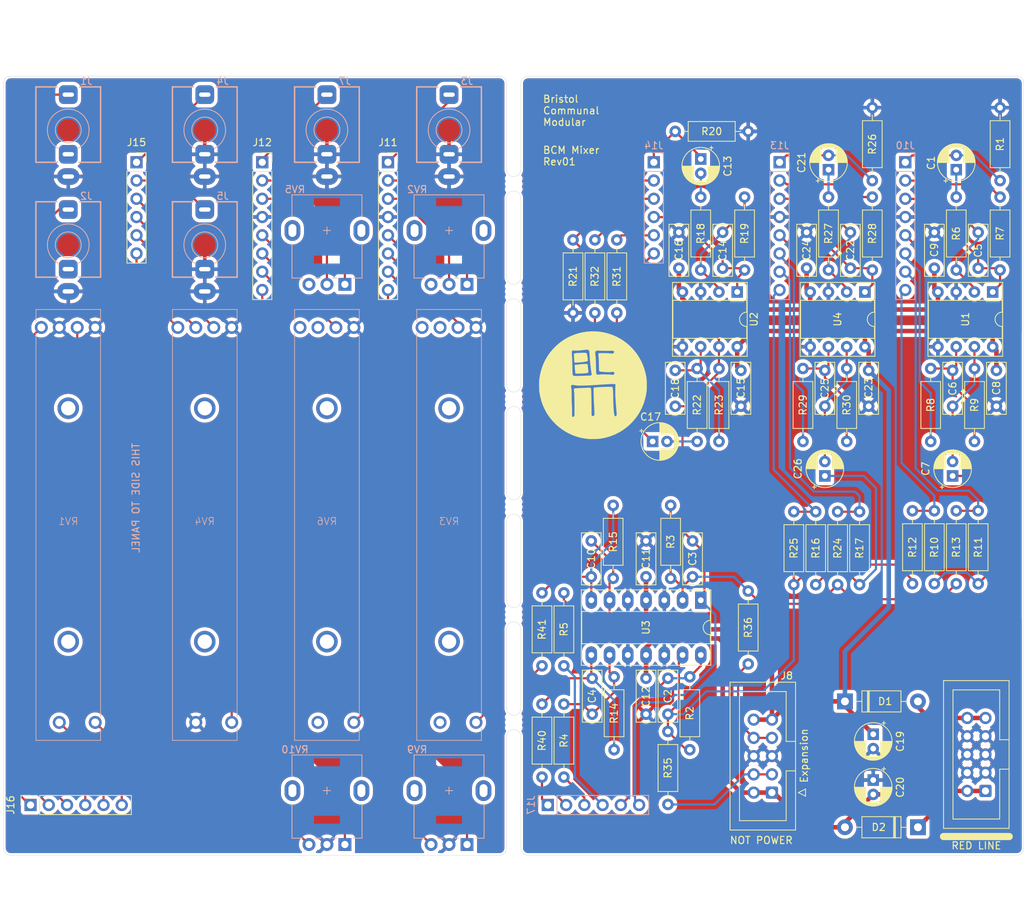
<source format=kicad_pcb>
(kicad_pcb (version 20240108) (generator "pcbnew") (generator_version "8.0")
  (title_block (title "BCM Mixer") (date "2024-11-17") (rev "rev01") (company "Bristol Communal Modular") (comment 2 "creativecommons.org/licenses/by/4.0") (comment 3 "License: CC BY 4.0") (comment 4 "Author: Guy John"))
  (layers (0 "F.Cu" signal) (31 "B.Cu" signal) (36 "B.SilkS" user "B.Silkscreen") (37 "F.SilkS" user "F.Silkscreen") (38 "B.Mask" user) (39 "F.Mask" user) (44 "Edge.Cuts" user))
  (net 0 "")
  (net 1 "Net-(C1-Pad1)")
  (net 2 "/CHAN1_INPUT_MAIN")
  (net 3 "/MAIN_L_LEVEL_CW_MAIN")
  (net 4 "MAIN_BUS_L")
  (net 5 "/MAIN_R_LEVEL_CW_MAIN")
  (net 6 "MAIN_BUS_R")
  (net 7 "/L_OUT_MAIN")
  (net 8 "/CHAN1_LEVEL_CW_MAIN")
  (net 9 "/CHAN1_GAIN_CENTER_MAIN")
  (net 10 "Net-(C6-Pad2)")
  (net 11 "Net-(U1B--)")
  (net 12 "/Mono Channel 1/OUTPUT")
  (net 13 "VCC")
  (net 14 "GND")
  (net 15 "VEE")
  (net 16 "/R_OUT_MAIN")
  (net 17 "Net-(C13-Pad2)")
  (net 18 "/CHAN3_L_INPUT_MAIN")
  (net 19 "Net-(U2A--)")
  (net 20 "Net-(C17-Pad2)")
  (net 21 "/CHAN3_L_OUTPUT_MAIN")
  (net 22 "Net-(U2B--)")
  (net 23 "/CHAN2_INPUT_MAIN")
  (net 24 "Net-(C21-Pad1)")
  (net 25 "/CHAN2_GAIN_CENTER_MAIN")
  (net 26 "/CHAN2_LEVEL_CW_MAIN")
  (net 27 "Net-(U4B--)")
  (net 28 "Net-(C25-Pad2)")
  (net 29 "/Mono Channel 2/OUTPUT")
  (net 30 "/CHAN3_R_INPUT_MAIN")
  (net 31 "/CHAN3_R_OUTPUT_MAIN")
  (net 32 "/CHAN3_L_INPUT_CTRL")
  (net 33 "/CHAN3_R_INPUT_CTRL")
  (net 34 "/CHAN3_L_SIGNAL_CTRL")
  (net 35 "/CHAN3_R_OUTPUT_CTRL")
  (net 36 "/CHAN3_L_OUTPUT_CTRL")
  (net 37 "Net-(D1-A)")
  (net 38 "Net-(D2-K)")
  (net 41 "/CHAN1_INPUT_CTRL")
  (net 42 "/CHAN3_R_SIGNAL_CTRL")
  (net 43 "/CHAN2_INPUT_CTRL")
  (net 44 "/MAIN_L_LEVEL_CENTER_MAIN")
  (net 45 "/MAIN_R_LEVEL_CENTER_MAIN")
  (net 46 "/CHAN1_GAIN_CCW_MAIN")
  (net 47 "/CHAN1_LEVEL_CENTER_MAIN")
  (net 48 "/CHAN1_PAN_CW_MAIN")
  (net 49 "/CHAN1_PAN_CCW_MAIN")
  (net 50 "/CHAN2_PAN_CW_MAIN")
  (net 51 "/CHAN2_PAN_CCW_MAIN")
  (net 52 "/CHAN2_GAIN_CCW_MAIN")
  (net 53 "/CHAN2_LEVEL_CENTER_MAIN")
  (net 54 "/L_OUT_CTRL")
  (net 55 "/R_OUT_CTRL")
  (net 56 "/CHAN1_GAIN_CCW_CTRL")
  (net 58 "/CHAN1_GAIN_CENTER_CTRL")
  (net 59 "/CHAN1_LEVEL_CW_CTRL")
  (net 60 "/CHAN1_LEVEL_CENTER_CTRL")
  (net 61 "/CHAN2_GAIN_CCW_CTRL")
  (net 63 "/CHAN2_GAIN_CENTER_CTRL")
  (net 64 "/CHAN2_LEVEL_CW_CTRL")
  (net 65 "/CHAN2_LEVEL_CENTER_CTRL")
  (net 66 "/CHAN1_PAN_CCW_CTRL")
  (net 67 "/CHAN1_PAN_CW_CTRL")
  (net 68 "/CHAN2_PAN_CCW_CTRL")
  (net 69 "/CHAN2_PAN_CW_CTRL")
  (net 70 "/MAIN_L_LEVEL_CW_CTRL")
  (net 71 "/MAIN_L_LEVEL_CENTER_CTRL")
  (net 72 "/MAIN_R_LEVEL_CW_CTRL")
  (net 73 "/MAIN_R_LEVEL_CENTER_CTRL")
  (net 74 "/Main Channel/L_OUT")
  (net 75 "/Main Channel/R_OUT")
  (net 76 "Net-(J14-Pin_5)")
  (net 77 "Net-(J8-Pin_3)")
  (net 78 "Net-(J8-Pin_7)")
  (net 79 "Net-(U3C--)")
  (net 80 "Net-(U3B--)")
  (net 81 "Net-(J14-Pin_3)")
  (footprint "Rumblesan_Standard_Parts:C_Rect_L7.0mm_W2.5mm_P5.00mm" (layer "F.Cu") (at 124.46 141.351 90)
    (property "Reference" "C2")
    (property "Value" "10pF")
  )
  (footprint "Rumblesan_Standard_Parts:R_Axial_DIN0207_L6.3mm_D2.5mm_P10.16mm_Horizontal" (layer "F.Cu") (at 164.592 123.19 90)
    (property "Reference" "R13")
    (property "Value" "12k")
  )
  (footprint "Connector_IDC:IDC-Header_2x05_P2.54mm_Vertical" (layer "F.Cu") (at 138.938 152.273 180)
    (property "Reference" "J8")
    (property "Value" "Conn_02x05_Odd_Even" (hide yes))
  )
  (footprint "Rumblesan_Standard_Parts:R_Axial_DIN0207_L6.3mm_D2.5mm_P10.16mm_Horizontal" (layer "F.Cu") (at 114.3 85.471 90)
    (property "Reference" "R32")
    (property "Value" "100k")
  )
  (footprint "Rumblesan_Panelization:mouse-bite-2mm-slot" (layer "F.Cu") (at 103 112.5 90)
    (property "Reference" "mouse-bite-2mm-slot" (hide yes))
    (property "Value" "VAL**" (hide yes))
    (fp_arc (start -2 -1) (mid -1 0) (end -2 1) (stroke (width 0.05)) (layer "Edge.Cuts"))
    (fp_arc (start 2 1) (mid 1 0) (end 2 -1) (stroke (width 0.05)) (layer "Edge.Cuts"))
  )
  (footprint "Rumblesan_Standard_Parts:R_Axial_DIN0207_L6.3mm_D2.5mm_P10.16mm_Horizontal" (layer "F.Cu") (at 152.908 79.502 90)
    (property "Reference" "R28")
    (property "Value" "10k")
  )
  (footprint "Connector_PinSocket_2.54mm:PinSocket_1x08_P2.54mm_Vertical" (layer "F.Cu") (at 85.5 64.5)
    (property "Reference" "J11")
    (property "Value" "Conn_01x08_Socket" (hide yes))
  )
  (footprint "Rumblesan_Standard_Parts:R_Axial_DIN0207_L6.3mm_D2.5mm_P10.16mm_Horizontal" (layer "F.Cu") (at 109.982 124.46 -90)
    (property "Reference" "R5")
    (property "Value" "10k")
  )
  (footprint "Rumblesan_Standard_Parts:R_Axial_DIN0207_L6.3mm_D2.5mm_P10.16mm_Horizontal" (layer "F.Cu") (at 117.348 85.471 90)
    (property "Reference" "R31")
    (property "Value" "100k")
  )
  (footprint "Rumblesan_Standard_Parts:R_Axial_DIN0207_L6.3mm_D2.5mm_P10.16mm_Horizontal" (layer "F.Cu") (at 167.64 113.03 -90)
    (property "Reference" "R11")
    (property "Value" "3k3")
  )
  (footprint "Rumblesan_Standard_Parts:C_Rect_L7.0mm_W2.5mm_P5.00mm" (layer "F.Cu") (at 167.64 74.248 -90)
    (property "Reference" "C5")
    (property "Value" "22pF")
  )
  (footprint "Rumblesan_Standard_Parts:R_Axial_DIN0207_L6.3mm_D2.5mm_P10.16mm_Horizontal" (layer "F.Cu") (at 124.46 143.764 -90)
    (property "Reference" "R35")
    (property "Value" "100k")
  )
  (footprint "Rumblesan_Standard_Parts:C_Rect_L7.0mm_W2.5mm_P5.00mm" (layer "F.Cu") (at 132.08 74.248 -90)
    (property "Reference" "C14")
    (property "Value" "22pF")
  )
  (footprint "Rumblesan_Standard_Parts:R_Axial_DIN0207_L6.3mm_D2.5mm_P10.16mm_Horizontal" (layer "F.Cu") (at 128.524 93.218 -90)
    (property "Reference" "R22")
    (property "Value" "47k")
  )
  (footprint "Rumblesan_Standard_Parts:R_Axial_DIN0207_L6.3mm_D2.5mm_P10.16mm_Horizontal" (layer "F.Cu") (at 125.476 60.198)
    (property "Reference" "R20")
    (property "Value" "470k")
  )
  (footprint "Package_DIP:DIP-8_W7.62mm_Socket" (layer "F.Cu") (at 151.882 82.56 -90)
    (property "Reference" "U4")
    (property "Value" "TL072")
  )
  (footprint "Rumblesan_Standard_Parts:R_Axial_DIN0207_L6.3mm_D2.5mm_P10.16mm_Horizontal" (layer "F.Cu") (at 145.034 113.157 -90)
    (property "Reference" "R16")
    (property "Value" "3k3")
  )
  (footprint "Rumblesan_Standard_Parts:R_Axial_DIN0207_L6.3mm_D2.5mm_P10.16mm_Horizontal" (layer "F.Cu") (at 149.352 93.218 -90)
    (property "Reference" "R30")
    (property "Value" "10k")
  )
  (footprint "BCM_Graphics:BCM_Logo_small_15mmx15mm" (layer "F.Cu") (at 114 95.5)
    (property "Reference" "Ref**" (hide yes))
    (property "Value" "Val**" (hide yes))
  )
  (footprint "Rumblesan_Standard_Parts:C_Rect_L7.0mm_W2.5mm_P5.00mm" (layer "F.Cu") (at 113.919 141.351 90)
    (property "Reference" "C4")
    (property "Value" "10pF")
  )
  (footprint "Rumblesan_Standard_Parts:R_Axial_DIN0207_L6.3mm_D2.5mm_P10.16mm_Horizontal" (layer "F.Cu") (at 111.252 75.311 -90)
    (property "Reference" "R21")
    (property "Value" "470k")
  )
  (footprint "Rumblesan_Panelization:mouse-bite-2mm-slot" (layer "F.Cu") (at 103 97.5 90)
    (property "Reference" "mouse-bite-2mm-slot" (hide yes))
    (property "Value" "VAL**" (hide yes))
    (fp_arc (start -2 -1) (mid -1 0) (end -2 1) (stroke (width 0.05)) (layer "Edge.Cuts"))
    (fp_arc (start 2 1) (mid 1 0) (end 2 -1) (stroke (width 0.05)) (layer "Edge.Cuts"))
  )
  (footprint "Rumblesan_Standard_Parts:R_Axial_DIN0207_L6.3mm_D2.5mm_P10.16mm_Horizontal" (layer "F.Cu") (at 167.132 93.218 -90)
    (property "Reference" "R9")
    (property "Value" "10k")
  )
  (footprint "Rumblesan_Standard_Parts:R_Axial_DIN0207_L6.3mm_D2.5mm_P10.16mm_Horizontal" (layer "F.Cu") (at 148.082 123.317 90)
    (property "Reference" "R24")
    (property "Value" "12k")
  )
  (footprint "Rumblesan_Standard_Parts:R_Axial_DIN0207_L6.3mm_D2.5mm_P10.16mm_Horizontal" (layer "F.Cu") (at 106.934 134.62 90)
    (property "Reference" "R41")
    (property "Value" "1k")
  )
  (footprint "Connector_PinSocket_2.54mm:PinSocket_1x06_P2.54mm_Vertical" (layer "F.Cu") (at 50.5 64.5)
    (property "Reference" "J15")
    (property "Value" "Conn_01x06_Socket" (hide yes))
  )
  (footprint "Rumblesan_Standard_Parts:C_Rect_L7.0mm_W2.5mm_P5.00mm" (layer "F.Cu") (at 121.412 136.351 -90)
    (property "Reference" "C12")
    (property "Value" "100nF")
  )
  (footprint "Rumblesan_Panelization:mouse-bite-2mm-slot" (layer "F.Cu") (at 103 127.5 90)
    (property "Reference" "mouse-bite-2mm-slot" (hide yes))
    (property "Value" "VAL**" (hide yes))
    (fp_arc (start -2 -1) (mid -1 0) (end -2 1) (stroke (width 0.05)) (layer "Edge.Cuts"))
    (fp_arc (start 2 1) (mid 1 0) (end 2 -1) (stroke (width 0.05)) (layer "Edge.Cuts"))
  )
  (footprint "Rumblesan_Panelization:mouse-bite-2mm-slot" (layer "F.Cu") (at 103 142.5 90)
    (property "Reference" "mouse-bite-2mm-slot" (hide yes))
    (property "Value" "VAL**" (hide yes))
    (fp_arc (start -2 -1) (mid -1 0) (end -2 1) (stroke (width 0.05)) (layer "Edge.Cuts"))
    (fp_arc (start 2 1) (mid 1 0) (end 2 -1) (stroke (width 0.05)) (layer "Edge.Cuts"))
  )
  (footprint "Rumblesan_Standard_Parts:R_Axial_DIN0207_L6.3mm_D2.5mm_P10.16mm_Horizontal" (layer "F.Cu") (at 131.572 93.218 -90)
    (property "Reference" "R23")
    (property "Value" "220k")
  )
  (footprint "Rumblesan_Eurorack_Power:Eurorack_PowerHeader_2x05_P2.54mm_Shrouded" (layer "F.Cu") (at 168.656 152.0415 180)
    (property "Reference" "J6" (hide yes))
    (property "Value" "Eurorack Power Small" (hide yes))
  )
  (footprint "Rumblesan_Standard_Parts:R_Axial_DIN0207_L6.3mm_D2.5mm_P10.16mm_Horizontal" (layer "F.Cu") (at 116.84 112.268 -90)
    (property "Reference" "R15")
    (property "Value" "10k")
  )
  (footprint "Rumblesan_Standard_Parts:C_Rect_L7.0mm_W2.5mm_P5.00mm" (layer "F.Cu") (at 121.412 117.221 -90)
    (property "Reference" "C11")
    (property "Value" "100nF")
  )
  (footprint "Rumblesan_Standard_Parts:C_Rect_L7.0mm_W2.5mm_P5.00mm" (layer "F.Cu") (at 161.544 79.248 90)
    (property "Reference" "C9")
    (property "Value" "100nF")
  )
  (footprint "Connector_PinSocket_2.54mm:PinSocket_1x08_P2.54mm_Vertical" (layer "F.Cu") (at 68 64.5)
    (property "Reference" "J12")
    (property "Value" "Conn_01x08_Socket" (hide yes))
  )
  (footprint "Rumblesan_Standard_Parts:R_Axial_DIN0207_L6.3mm_D2.5mm_P10.16mm_Horizontal" (layer "F.Cu") (at 146.812 79.502 90)
    (property "Reference" "R27")
    (property "Value" "2k2")
  )
  (footprint "Capacitor_THT:CP_Radial_D5.0mm_P2.00mm" (layer "F.Cu") (at 164.084 108.172 90)
    (property "Reference" "C7")
    (property "Value" "10uF")
  )
  (footprint "Rumblesan_Standard_Parts:R_Axial_DIN0207_L6.3mm_D2.5mm_P10.16mm_Horizontal" (layer "F.Cu") (at 161.544 113.03 -90)
    (property "Reference" "R10")
    (property "Value" "3k3")
  )
  (footprint "Capacitor_THT:CP_Radial_D5.0mm_P2.00mm" (layer "F.Cu") (at 153.035 150.527 -90)
    (property "Reference" "C20")
    (property "Value" "10uF")
  )
  (footprint "Capacitor_THT:CP_Radial_D5.0mm_P2.00mm" (layer "F.Cu") (at 122.333 103.378)
    (property "Reference" "C17")
    (property "Value" "10uF")
  )
  (footprint "Rumblesan_Standard_Parts:R_Axial_DIN0207_L6.3mm_D2.5mm_P10.16mm_Horizontal" (layer "F.Cu") (at 161.036 93.218 -90)
    (property "Reference" "R8")
    (property "Value" "10k")
  )
  (footprint "Rumblesan_Standard_Parts:R_Axial_DIN0207_L6.3mm_D2.5mm_P10.16mm_Horizontal" (layer "F.Cu") (at 152.908 67.056 90)
    (property "Reference" "R26")
    (property "Value" "470k")
  )
  (footprint "Rumblesan_Standard_Parts:R_Axial_DIN0207_L6.3mm_D2.5mm_P10.16mm_Horizontal" (layer "F.Cu") (at 170.688 79.502 90)
    (property "Reference" "R7")
    (property "Value" "10k")
  )
  (footprint "Capacitor_THT:CP_Radial_D5.0mm_P2.00mm" (layer "F.Cu") (at 153.035 144.145 -90)
    (property "Reference" "C19")
    (property "Value" "10uF")
  )
  (footprint "Capacitor_THT:CP_Radial_D5.0mm_P2.00mm" (layer "F.Cu") (at 146.304 108.172 90)
    (property "Reference" "C26")
    (property "Value" "10uF")
  )
  (footprint "Rumblesan_Standard_Parts:C_Rect_L7.0mm_W2.5mm_P5.00mm" (layer "F.Cu") (at 113.792 117.221 -90)
    (property "Reference" "C10")
    (property "Value" "10pF")
  )
  (footprint "Package_DIP:DIP-14_W7.62mm_Socket_LongPads" (layer "F.Cu") (at 129.037 125.486 -90)
    (property "Reference" "U3")
    (property "Value" "TL074")
  )
  (footprint "Capacitor_THT:CP_Radial_D5.0mm_P2.00mm" (layer "F.Cu") (at 164.592 65.532 90)
    (property "Reference" "C1")
    (property "Value" "1uF")
  )
  (footprint "Rumblesan_Standard_Parts:R_Axial_DIN0207_L6.3mm_D2.5mm_P10.16mm_Horizontal" (layer "F.Cu") (at 116.967 146.304 90)
    (property "Reference" "R14")
    (property "Value" "10k")
  )
  (footprint "Rumblesan_Standard_Parts:R_Axial_DIN0207_L6.3mm_D2.5mm_P10.16mm_Horizontal" (layer "F.Cu") (at 124.841 112.268 -90)
    (property "Reference" "R3")
    (property "Value" "100k")
  )
  (footprint "Rumblesan_Standard_Parts:R_Axial_DIN0207_L6.3mm_D2.5mm_P10.16mm_Horizontal" (layer "F.Cu") (at 151.13 113.157 -90)
    (property "Reference" "R17")
    (property "Value" "3k3")
  )
  (footprint "Rumblesan_Standard_Parts:C_Rect_L7.0mm_W2.5mm_P5.00mm" (layer "F.Cu") (at 127.889 122.221 90)
    (property "Reference" "C3")
    (property "Value" "10pF")
  )
  (footprint "Diode_THT:D_DO-41_SOD81_P10.16mm_Horizontal" (layer "F.Cu") (at 149.098 139.573)
    (property "Reference" "D1")
    (property "Value" "1N5818")
  )
  (footprint "Package_DIP:DIP-8_W7.62mm_Socket" (layer "F.Cu") (at 134.102 82.56 -90)
    (property "Reference" "U2")
    (property "Value" "TL072")
  )
  (footprint "Rumblesan_Standard_Parts:R_Axial_DIN0207_L6.3mm_D2.5mm_P10.16mm_Horizontal" (layer "F.Cu") (at 129.032 79.502 90)
    (property "Reference" "R18")
    (property "Value" "47k")
  )
  (footprint "Capacitor_THT:CP_Radial_D5.0mm_P2.00mm" (layer "F.Cu") (at 129.032 64.04 -90)
    (property "Reference" "C13")
    (property "Value" "10uF")
  )
  (footprint "Rumblesan_Standard_Parts:R_Axial_DIN0207_L6.3mm_D2.5mm_P10.16mm_Horizontal" (layer "F.Cu") (at 170.688 67.056 90)
    (property "Reference" "R1")
    (property "Value" "470k")
  )
  (footprint "Connector_PinSocket_2.54mm:PinSocket_1x06_P2.54mm_Vertical" (layer "F.Cu") (at 35.75 154 90)
    (property "Reference" "J16")
    (property "Value" "Conn_01x06_Socket" (hide yes))
  )
  (footprint "Rumblesan_Standard_Parts:C_Rect_L7.0mm_W2.5mm_P5.00mm" (layer "F.Cu") (at 125.984 79.248 90)
    (property "Reference" "C16")
    (property "Value" "100nF")
  )
  (footprint "Rumblesan_Standard_Parts:C_Rect_L7.0mm_W2.5mm_P5.00mm" (layer "F.Cu") (at 146.304 93.472 -90)
    (property "Reference" "C25")
    (property "Value" "22pF")
  )
  (footprint "Rumblesan_Standard_Parts:C_Rect_L7.0mm_W2.5mm_P5.00mm" (layer "F.Cu") (at 170.18 98.472 90)
    (property "Reference" "C8")
    (property "Value" "100nF")
  )
  (footprint "Package_DIP:DIP-8_W7.62mm_Socket" (layer "F.Cu") (at 169.662 82.56 -90)
    (property "Reference" "U1")
    (property "Value" "TL072")
  )
  (footprint "Rumblesan_Standard_Parts:R_Axial_DIN0207_L6.3mm_D2.5mm_P10.16mm_Horizontal" (layer "F.Cu") (at 106.934 150.114 90)
    (property "Reference" "R40")
    (property "Value" "1k")
  )
  (footprint "Rumblesan_Standard_Parts:R_Axial_DIN0207_L6.3mm_D2.5mm_P10.16mm_Horizontal" (layer "F.Cu") (at 164.592 79.502 90)
    (property "Reference" "R6")
    (property "Value" "2k2")
  )
  (footprint "Rumblesan_Panelization:mouse-bite-2mm-slot" (layer "F.Cu") (at 103 67.5 90)
    (property "Reference" "mouse-bite-2mm-slot" (hide yes))
    (property "Value" "VAL**" (hide yes))
    (fp_arc (start -2 -1) (mid -1 0) (end -2 1) (stroke (width 0.05)) (layer "Edge.Cuts"))
    (fp_arc (start 2 1) (mid 1 0) (end 2 -1) (stroke (width 0.05)) (layer "Edge.Cuts"))
  )
  (footprint "Rumblesan_Standard_Parts:R_Axial_DIN0207_L6.3mm_D2.5mm_P10.16mm_Horizontal" (layer "F.Cu") (at 135.636 134.366 90)
    (property "Reference" "R36")
    (property "Value" "100k")
  )
  (footprint "Rumblesan_Standard_Parts:C_Rect_L7.0mm_W2.5mm_P5.00mm" (layer "F.Cu") (at 125.476 93.472 -90)
    (property "Reference" "C18")
    (property "Value" "22pF")
  )
  (footprint "Rumblesan_Standard_Parts:R_Axial_DIN0207_L6.3mm_D2.5mm_P10.16mm_Horizontal" (layer "F.Cu") (at 141.986 123.317 90)
    (property "Reference" "R25")
    (property "Value" "12k")
  )
  (footprint "Diode_THT:D_DO-41_SOD81_P10.16mm_Horizontal" (layer "F.Cu") (at 159.258 157.099 180)
    (property "Reference" "D2")
    (property "Value" "1N5818")
  )
  (footprint "Rumblesan_Standard_Parts:R_Axial_DIN0207_L6.3mm_D2.5mm_P10.16mm_Horizontal" (layer "F.Cu") (at 158.496 123.19 90)
    (property "Reference" "R12")
    (property "Value" "12k")
  )
  (footprint "Rumblesan_Standard_Parts:R_Axial_DIN0207_L6.3mm_D2.5mm_P10.16mm_Horizontal" (layer "F.Cu") (at 135.128 79.502 90)
    (property "Reference" "R19")
    (property "Value" "220k")
  )
  (footprint "Rumblesan_Panelization:mouse-bite-2mm-slot" (layer "F.Cu") (at 103 82.5 90)
    (property "Reference" "mouse-bite-2mm-slot" (hide yes))
    (property "Value" "VAL**" (hide yes))
    (fp_arc (start -2 -1) (mid -1 0) (end -2 1) (stroke (width 0.05)) (layer "Edge.Cuts"))
    (fp_arc (start 2 1) (mid 1 0) (end 2 -1) (stroke (width 0.05)) (layer "Edge.Cuts"))
  )
  (footprint "Rumblesan_Standard_Parts:C_Rect_L7.0mm_W2.5mm_P5.00mm" (layer "F.Cu") (at 134.62 98.472 90)
    (property "Reference" "C15")
    (property "Value" "100nF")
  )
  (footprint "Rumblesan_Standard_Parts:R_Axial_DIN0207_L6.3mm_D2.5mm_P10.16mm_Horizontal" (layer "F.Cu") (at 127.508 136.144 -90)
    (property "Reference" "R2")
    (property "Value" "100k")
  )
  (footprint "Rumblesan_Standard_Parts:R_Axial_DIN0207_L6.3mm_D2.5mm_P10.16mm_Horizontal" (layer "F.Cu") (at 143.256 93.218 -90)
    (property "Reference" "R29")
    (property "Value" "10k")
  )
  (footprint "Rumblesan_Standard_Parts:R_Axial_DIN0207_L6.3mm_D2.5mm_P10.16mm_Horizontal" (layer "F.Cu") (at 109.982 139.954 -90)
    (property "Reference" "R4")
    (property "Value" "10k")
  )
  (footprint "Rumblesan_Standard_Parts:C_Rect_L7.0mm_W2.5mm_P5.00mm" (layer "F.Cu") (at 149.86 74.248 -90)
    (property "Reference" "C22")
    (property "Value" "22pF")
  )
  (footprint "Capacitor_THT:CP_Radial_D5.0mm_P2.00mm" (layer "F.Cu") (at 146.812 65.532 90)
    (property "Reference" "C21")
    (property "Value" "1uF")
  )
  (footprint "Rumblesan_Standard_Parts:C_Rect_L7.0mm_W2.5mm_P5.00mm" (layer "F.Cu") (at 152.4 98.472 90)
    (property "Reference" "C23")
    (property "Value" "100nF")
  )
  (footprint "Rumblesan_Standard_Parts:C_Rect_L7.0mm_W2.5mm_P5.00mm" (layer "F.Cu") (at 164.084 93.472 -90)
    (property "Reference" "C6")
    (property "Value" "22pF")
  )
  (footprint "Rumblesan_Standard_Parts:C_Rect_L7.0mm_W2.5mm_P5.00mm" (layer "F.Cu") (at 143.764 79.248 90)
    (property "Reference" "C24")
    (property "Value" "100nF")
  )
  (footprint "Rumblesan_Potentiometer_THT:Potentiometer_TTElectronics_PS45_Dual_Frame" (layer "B.Cu") (at 94 115 180)
    (property "Reference" "RV3")
    (property "Value" "100kA")
  )
  (footprint "Rumblesan_Audio_Connectors:Jack_3.5mm_QingPu_WQP-PJ398SM_Vertical" (layer "B.Cu") (at 41 76 180)
    (property "Reference" "J2")
    (property "Value" "AudioJack2_SwitchT" (hide yes))
  )
  (footprint "Rumblesan_Audio_Connectors:Jack_3.5mm_QingPu_WQP-PJ398SM_Vertical" (layer "B.Cu") (at 60 76 180)
    (property "Reference" "J5")
    (property "Value" "AudioJack2_SwitchT" (hide yes))
  )
  (footprint "Rumblesan_Potentiometer_THT:Potentiometer_Alpha_RD901F-40-00D_Single_Vertical" (layer "B.Cu") (at 94 152 180)
    (property "Reference" "RV9")
    (property "Value" "10kB" (hide yes))
  )
  (footprint "Connector_PinHeader_2.54mm:PinHeader_1x08_P2.54mm_Vertical" (layer "B.Cu") (at 157.5 64.5 180)
    (property "Reference" "J10")
    (property "Value" "Conn_01x08_Pin" (hide yes))
  )
  (footprint "Rumblesan_Audio_Connectors:Jack_3.5mm_QingPu_WQP-PJ398SM_Vertical" (layer "B.Cu") (at 77 60 180)
    (property "Reference" "J7")
    (property "Value" "AudioJack2_SwitchT" (hide yes))
  )
  (footprint "Rumblesan_Audio_Connectors:Jack_3.5mm_QingPu_WQP-PJ398SM_Vertical" (layer "B.Cu") (at 60 60 180)
    (property "Reference" "J4")
    (property "Value" "AudioJack2_SwitchT" (hide yes))
  )
  (footprint "Rumblesan_Potentiometer_THT:Potentiometer_Alpha_RD901F-40-00D_Single_Vertical" (layer "B.Cu") (at 77 74 180)
    (property "Reference" "RV5")
    (property "Value" "100kA" (hide yes))
  )
  (footprint "Rumblesan_Audio_Connectors:Jack_3.5mm_QingPu_WQP-PJ398SM_Vertical" (layer "B.Cu") (at 41 60 180)
    (property "Reference" "J1")
    (property "Value" "AudioJack2_SwitchT" (hide yes))
  )
  (footprint "Rumblesan_Potentiometer_THT:Potentiometer_TTElectronics_PS45_Dual_Frame" (layer "B.Cu") (at 41 115 180)
    (property "Reference" "RV1")
    (property "Value" "10kA")
  )
  (footprint "Rumblesan_Audio_Connectors:Jack_3.5mm_QingPu_WQP-PJ398SM_Vertical" (layer "B.Cu") (at 94 60 180)
    (property "Reference" "J3")
    (property "Value" "AudioJack2_SwitchT" (hide yes))
  )
  (footprint "Rumblesan_Potentiometer_THT:Potentiometer_TTElectronics_PS45_Dual_Frame" (layer "B.Cu") (at 77 115 180)
    (property "Reference" "RV6")
    (property "Value" "100kA")
  )
  (footprint "Connector_PinHeader_2.54mm:PinHeader_1x06_P2.54mm_Vertical" (layer "B.Cu") (at 122.5 64.5 180)
    (property "Reference" "J14")
    (property "Value" "Conn_01x06_Pin" (hide yes))
  )
  (footprint "Rumblesan_Potentiometer_THT:Potentiometer_Alpha_RD901F-40-00D_Single_Vertical" (layer "B.Cu") (at 77 152 180)
    (property "Reference" "RV10")
    (property "Value" "10kB" (hide yes))
  )
  (footprint "Rumblesan_Potentiometer_THT:Potentiometer_Alpha_RD901F-40-00D_Single_Vertical" (layer "B.Cu") (at 94 74 180)
    (property "Reference" "RV2")
    (property "Value" "100kA" (hide yes))
  )
  (footprint "Rumblesan_Potentiometer_THT:Potentiometer_TTElectronics_PS45_Dual_Frame" (layer "B.Cu") (at 60 115 180)
    (property "Reference" "RV4")
    (property "Value" "10k")
  )
  (footprint "Connector_PinHeader_2.54mm:PinHeader_1x06_P2.54mm_Vertical" (layer "B.Cu") (at 107.75 154 -90)
    (property "Reference" "J17")
    (property "Value" "Conn_01x06_Pin" (hide yes))
  )
  (footprint "Connector_PinHeader_2.54mm:PinHeader_1x08_P2.54mm_Vertical" (layer "B.Cu") (at 140 64.5 180)
    (property "Reference" "J13")
    (property "Value" "Conn_01x08_Pin" (hide yes))
  )
  (gr_line (start 174 53.5) (end 174 160) (stroke (width 0.05)) (layer "Edge.Cuts"))
  (gr_arc (start 174 160) (mid 173.707107 160.707107) (end 173 161) (stroke (width 0.05)) (layer "Edge.Cuts"))
  (gr_line (start 173 161) (end 105 161) (stroke (width 0.05)) (layer "Edge.Cuts"))
  (gr_line (start 105 52.5) (end 173 52.5) (stroke (width 0.05)) (layer "Edge.Cuts"))
  (gr_line (start 102 53.5) (end 102 65.5) (stroke (width 0.05)) (layer "Edge.Cuts"))
  (gr_line (start 101 161) (end 33 161) (stroke (width 0.05)) (layer "Edge.Cuts"))
  (gr_line (start 104 114.5) (end 104 125.5) (stroke (width 0.05)) (layer "Edge.Cuts"))
  (gr_line (start 104 129.5) (end 104 140.5) (stroke (width 0.05)) (layer "Edge.Cuts"))
  (gr_arc (start 32 53.5) (mid 32.292893 52.792893) (end 33 52.5) (stroke (width 0.05)) (layer "Edge.Cuts"))
  (gr_arc (start 104 53.5) (mid 104.292893 52.792893) (end 105 52.5) (stroke (width 0.05)) (layer "Edge.Cuts"))
  (gr_arc (start 33 161) (mid 32.292893 160.707107) (end 32 160) (stroke (width 0.05)) (layer "Edge.Cuts"))
  (gr_line (start 102 99.5) (end 102 110.5) (stroke (width 0.05)) (layer "Edge.Cuts"))
  (gr_line (start 104 99.5) (end 104 110.5) (stroke (width 0.05)) (layer "Edge.Cuts"))
  (gr_line (start 104 84.5) (end 104 95.5) (stroke (width 0.05)) (layer "Edge.Cuts"))
  (gr_line (start 102 84.5) (end 102 95.5) (stroke (width 0.05)) (layer "Edge.Cuts"))
  (gr_line (start 104 69.5) (end 104 80.5) (stroke (width 0.05)) (layer "Edge.Cuts"))
  (gr_arc (start 173 52.5) (mid 173.707107 52.792893) (end 174 53.5) (stroke (width 0.05)) (layer "Edge.Cuts"))
  (gr_line (start 32 160) (end 32 53.5) (stroke (width 0.05)) (layer "Edge.Cuts"))
  (gr_line (start 102 69.5) (end 102 80.5) (stroke (width 0.05)) (layer "Edge.Cuts"))
  (gr_arc (start 102 160) (mid 101.707107 160.707107) (end 101 161) (stroke (width 0.05)) (layer "Edge.Cuts"))
  (gr_line (start 104 53.5) (end 104 65.5) (stroke (width 0.05)) (layer "Edge.Cuts"))
  (gr_arc (start 101 52.5) (mid 101.707107 52.792893) (end 102 53.5) (stroke (width 0.05)) (layer "Edge.Cuts"))
  (gr_line (start 104 144.5) (end 104 160) (stroke (width 0.05)) (layer "Edge.Cuts"))
  (gr_line (start 102 129.5) (end 102 140.5) (stroke (width 0.05)) (layer "Edge.Cuts"))
  (gr_line (start 102 114.5) (end 102 125.5) (stroke (width 0.05)) (layer "Edge.Cuts"))
  (gr_line (start 33 52.5) (end 101 52.5) (stroke (width 0.05)) (layer "Edge.Cuts"))
  (gr_line (start 102 144.5) (end 102 160) (stroke (width 0.05)) (layer "Edge.Cuts"))
  (gr_arc (start 105 161) (mid 104.292893 160.707107) (end 104 160) (stroke (width 0.05)) (layer "Edge.Cuts"))
  (gr_text "THIS SIDE TO PANEL" (at 51 103.5 90) (layer "B.SilkS") (effects (font (size 1 1)) (justify left bottom mirror)))
  (gr_text "Bristol\nCommunal\nModular" (at 107 59.5 0) (layer "F.SilkS") (effects (font (size 1 1)) (justify left bottom)))
  (gr_text "Expansion" (at 144 151 90) (layer "F.SilkS") (effects (font (size 1 1)) (justify left bottom)))
  (gr_text "NOT POWER" (at 133 159.5 0) (layer "F.SilkS") (effects (font (size 1 1)) (justify left bottom)))
  (gr_text "BCM Mixer\nRev01" (at 107 65 0) (layer "F.SilkS") (effects (font (size 1 1)) (justify left bottom)))
  (segment (start 164.592 65.532) (end 164.592 69.342) (width 0.3048) (layer "B.Cu") (net 1))
  (segment (start 158.468 63.532) (end 164.592 63.532) (width 0.3048) (layer "F.Cu") (net 2))
  (segment (start 157.5 64.5) (end 158.468 63.532) (width 0.3048) (layer "F.Cu") (net 2))
  (segment (start 167.164 63.532) (end 170.688 67.056) (width 0.3048) (layer "B.Cu") (net 2))
  (segment (start 164.592 63.532) (end 167.164 63.532) (width 0.3048) (layer "B.Cu") (net 2))
  (segment (start 118.872 153.038) (end 117.91 154) (width 0.3048) (layer "F.Cu") (net 3))
  (segment (start 122.381 138.43) (end 120.269 138.43) (width 0.3048) (layer "F.Cu") (net 3))
  (segment (start 129.037 134.615) (end 127.508 136.144) (width 0.3048) (layer "F.Cu") (net 3))
  (segment (start 129.037 133.106) (end 129.037 134.615) (width 0.3048) (layer "F.Cu") (net 3))
  (segment (start 120.269 138.43) (end 118.872 139.827) (width 0.3048) (layer "F.Cu") (net 3))
  (segment (start 118.872 139.827) (end 118.872 153.038) (width 0.3048) (layer "F.Cu") (net 3))
  (segment (start 124.46 136.351) (end 122.381 138.43) (width 0.3048) (layer "F.Cu") (net 3))
  (segment (start 124.46 136.351) (end 127.301 136.351) (width 0.3048) (layer "B.Cu") (net 3))
  (segment (start 127.301 136.351) (end 127.508 136.144) (width 0.3048) (layer "B.Cu") (net 3))
  (segment (start 158.4325 122.6185) (end 156.337 120.523) (width 0.3048) (layer "F.Cu") (net 4))
  (segment (start 117.348 93.091) (end 126.492 102.235) (width 0.3048) (layer "F.Cu") (net 4))
  (segment (start 126.492 102.235) (end 126.492 104.394) (width 0.3048) (layer "F.Cu") (net 4))
  (segment (start 125.984 133.619) (end 125.984 139.827) (width 0.3048) (layer "F.Cu") (net 4))
  (segment (start 117.348 85.471) (end 117.348 93.091) (width 0.3048) (layer "F.Cu") (net 4))
  (segment (start 125.984 139.827) (end 124.46 141.351) (width 0.3048) (layer "F.Cu") (net 4))
  (segment (start 126.492 104.394) (end 141.986 119.888) (width 0.3048) (layer "F.Cu") (net 4))
  (segment (start 141.986 123.317) (end 144.78 120.523) (width 0.3048) (layer "F.Cu") (net 4))
  (segment (start 124.46 141.351) (end 124.46 143.764) (width 0.3048) (layer "F.Cu") (net 4))
  (segment (start 158.4325 123.1265) (end 158.4325 122.6185) (width 0.3048) (layer "F.Cu") (net 4))
  (segment (start 127 146.304) (end 127.508 146.304) (width 0.3048) (layer "F.Cu") (net 4))
  (segment (start 124.46 143.764) (end 127 146.304) (width 0.3048) (layer "F.Cu") (net 4))
  (segment (start 144.78 120.523) (end 156.337 120.523) (width 0.3048) (layer "F.Cu") (net 4))
  (segment (start 126.497 133.106) (end 125.984 133.619) (width 0.3048) (layer "F.Cu") (net 4))
  (segment (start 141.986 119.888) (end 141.986 123.317) (width 0.3048) (layer "F.Cu") (net 4))
  (segment (start 158.496 123.19) (end 158.4325 123.1265) (width 0.3048) (layer "F.Cu") (net 4))
  (segment (start 141.986 133.858) (end 137.668 138.176) (width 0.3048) (layer "B.Cu") (net 4))
  (segment (start 141.986 123.317) (end 141.986 133.858) (width 0.3048) (layer "B.Cu") (net 4))
  (segment (start 126.619 141.351) (end 129.794 138.176) (width 0.3048) (layer "B.Cu") (net 4))
  (segment (start 124.46 141.351) (end 126.619 141.351) (width 0.3048) (layer "B.Cu") (net 4))
  (segment (start 129.794 138.176) (end 137.668 138.176) (width 0.3048) (layer "B.Cu") (net 4))
  (segment (start 129.54 118.872) (end 129.54 124.983) (width 0.3048) (layer "F.Cu") (net 5))
  (segment (start 127.889 117.221) (end 129.54 118.872) (width 0.3048) (layer "F.Cu") (net 5))
  (segment (start 124.841 112.268) (end 124.841 114.173) (width 0.3048) (layer "F.Cu") (net 5))
  (segment (start 124.841 114.173) (end 127.889 117.221) (width 0.3048) (layer "F.Cu") (net 5))
  (segment (start 129.54 124.983) (end 129.037 125.486) (width 0.3048) (layer "F.Cu") (net 5))
  (segment (start 120.65 139.7) (end 119.888 140.462) (width 0.3048) (layer "B.Cu") (net 5))
  (segment (start 124.404892 139.7) (end 120.65 139.7) (width 0.3048) (layer "B.Cu") (net 5))
  (segment (start 131.064 134.294108) (end 126.674108 138.684) (width 0.3048) (layer "B.Cu") (net 5))
  (segment (start 119.888 153.438) (end 120.45 154) (width 0.3048) (layer "B.Cu") (net 5))
  (segment (start 129.037 125.486) (end 131.064 127.513) (width 0.3048) (layer "B.Cu") (net 5))
  (segment (start 126.674108 138.684) (end 125.420892 138.684) (width 0.3048) (layer "B.Cu") (net 5))
  (segment (start 119.888 140.462) (end 119.888 153.438) (width 0.3048) (layer "B.Cu") (net 5))
  (segment (start 131.064 127.513) (end 131.064 134.294108) (width 0.3048) (layer "B.Cu") (net 5))
  (segment (start 125.420892 138.684) (end 124.404892 139.7) (width 0.3048) (layer "B.Cu") (net 5))
  (segment (start 137.414 125.984) (end 145.415 125.984) (width 0.3048) (layer "F.Cu") (net 6))
  (segment (start 125.222 122.428) (end 124.841 122.428) (width 0.3048) (layer "F.Cu") (net 6))
  (segment (start 126.497 123.613) (end 127.889 122.221) (width 0.3048) (layer "F.Cu") (net 6))
  (segment (start 162.433 125.349) (end 164.592 123.19) (width 0.3048) (layer "F.Cu") (net 6))
  (segment (start 119.634 111.76) (end 124.841 116.967) (width 0.3048) (layer "F.Cu") (net 6))
  (segment (start 145.415 125.984) (end 148.082 123.317) (width 0.3048) (layer "F.Cu") (net 6))
  (segment (start 126.497 125.486) (end 126.497 123.613) (width 0.3048) (layer "F.Cu") (net 6))
  (segment (start 119.634 104.394) (end 119.634 111.76) (width 0.3048) (layer "F.Cu") (net 6))
  (segment (start 135.636 124.206) (end 137.414 125.984) (width 0.3048) (layer "F.Cu") (net 6))
  (segment (start 148.082 123.317) (end 150.114 125.349) (width 0.3048) (layer "F.Cu") (net 6))
  (segment (start 114.3 99.06) (end 119.634 104.394) (width 0.3048) (layer "F.Cu") (net 6))
  (segment (start 126.497 125.486) (end 126.497 123.703) (width 0.3048) (layer "F.Cu") (net 6))
  (segment (start 124.841 116.967) (end 124.841 122.428) (width 0.3048) (layer "F.Cu") (net 6))
  (segment (start 114.3 85.471) (end 114.3 99.06) (width 0.3048) (layer "F.Cu") (net 6))
  (segment (start 150.114 125.349) (end 162.433 125.349) (width 0.3048) (layer "F.Cu") (net 6))
  (segment (start 126.497 123.703) (end 125.222 122.428) (width 0.3048) (layer "F.Cu") (net 6))
  (segment (start 133.651 122.221) (end 135.636 124.206) (width 0.3048) (layer "B.Cu") (net 6))
  (segment (start 127.889 122.221) (end 133.651 122.221) (width 0.3048) (layer "B.Cu") (net 6))
  (segment (start 106.934 153.184) (end 107.75 154) (width 0.3048) (layer "F.Cu") (net 7))
  (segment (start 106.934 150.114) (end 106.934 153.184) (width 0.3048) (layer "F.Cu") (net 7))
  (segment (start 170.434 79.248) (end 170.688 79.502) (width 0.3048) (layer "F.Cu") (net 8))
  (segment (start 167.64 77.724) (end 167.64 79.248) (width 0.3048) (layer "F.Cu") (net 8))
  (segment (start 170.688 81.534) (end 169.662 82.56) (width 0.3048) (layer "F.Cu") (net 8))
  (segment (start 167.64 79.248) (end 170.434 79.248) (width 0.3048) (layer "F.Cu") (net 8))
  (segment (start 157.5 74.66) (end 158.532 75.692) (width 0.3048) (layer "F.Cu") (net 8))
  (segment (start 170.688 79.502) (end 170.688 81.534) (width 0.3048) (layer "F.Cu") (net 8))
  (segment (start 158.532 75.692) (end 165.608 75.692) (width 0.3048) (layer "F.Cu") (net 8))
  (segment (start 165.608 75.692) (end 167.64 77.724) (width 0.3048) (layer "F.Cu") (net 8))
  (segment (start 167.122 82.032) (end 167.122 82.56) (width 0.3048) (layer "F.Cu") (net 9))
  (segment (start 165.892 72.5) (end 167.64 74.248) (width 0.3048) (layer "F.Cu") (net 9))
  (segment (start 157.516 69.596) (end 160.596 69.596) (width 0.3048) (layer "F.Cu") (net 9))
  (segment (start 157.5 69.58) (end 157.516 69.596) (width 0.3048) (layer "F.Cu") (net 9))
  (segment (start 163.5 72.5) (end 165.892 72.5) (width 0.3048) (layer "F.Cu") (net 9))
  (segment (start 164.592 79.502) (end 167.122 82.032) (width 0.3048) (layer "F.Cu") (net 9))
  (segment (start 160.596 69.596) (end 163.5 72.5) (width 0.3048) (layer "F.Cu") (net 9))
  (segment (start 164.592 78.232) (end 167.64 75.184) (width 0.3048) (layer "B.Cu") (net 9))
  (segment (start 164.592 79.502) (end 164.592 78.232) (width 0.3048) (layer "B.Cu") (net 9))
  (segment (start 167.64 75.184) (end 167.64 74.248) (width 0.3048) (layer "B.Cu") (net 9))
  (segment (start 164.084 98.472) (end 164.084 106.172) (width 0.3048) (layer "F.Cu") (net 10))
  (segment (start 167.122 90.18) (end 167.122 93.208) (width 0.3048) (layer "F.Cu") (net 10))
  (segment (start 167.122 93.208) (end 167.132 93.218) (width 0.3048) (layer "F.Cu") (net 10))
  (segment (start 167.132 95.424) (end 164.084 98.472) (width 0.3048) (layer "B.Cu") (net 10))
  (segment (start 167.132 93.218) (end 167.132 95.424) (width 0.3048) (layer "B.Cu") (net 10))
  (segment (start 161.036 93.218) (end 163.83 93.218) (width 0.3048) (layer "F.Cu") (net 11))
  (segment (start 164.582 92.974) (end 164.084 93.472) (width 0.3048) (layer "F.Cu") (net 11))
  (segment (start 167.132 98.552) (end 167.132 103.378) (width 0.3048) (layer "F.Cu") (net 11))
  (segment (start 164.582 90.18) (end 164.582 92.974) (width 0.3048) (layer "F.Cu") (net 11))
  (segment (start 164.084 93.472) (end 164.084 95.504) (width 0.3048) (layer "F.Cu") (net 11))
  (segment (start 164.084 95.504) (end 167.132 98.552) (width 0.3048) (layer "F.Cu") (net 11))
  (segment (start 163.83 93.218) (end 164.084 93.472) (width 0.3048) (layer "F.Cu") (net 11))
  (segment (start 166.973 108.172) (end 169.926 111.125) (width 0.3048) (layer "F.Cu") (net 12))
  (segment (start 169.926 111.125) (end 169.926 120.904) (width 0.3048) (layer "F.Cu") (net 12))
  (segment (start 164.084 108.172) (end 166.973 108.172) (width 0.3048) (layer "F.Cu") (net 12))
  (segment (start 169.926 120.904) (end 167.64 123.19) (width 0.3048) (layer "F.Cu") (net 12))
  (segment (start 166.116 121.666) (end 167.64 123.19) (width 0.3048) (layer "B.Cu") (net 12))
  (segment (start 163.068 121.666) (end 166.116 121.666) (width 0.3048) (layer "B.Cu") (net 12))
  (segment (start 161.544 123.19) (end 163.068 121.666) (width 0.3048) (layer "B.Cu") (net 12))
  (segment (start 136.282 88) (end 134.102 90.18) (width 0.635) (layer "F.Cu") (net 13))
  (segment (start 151.882 90.18) (end 151.882 88.118) (width 0.635) (layer "F.Cu") (net 13))
  (segment (start 169.662 88.662) (end 169 88) (width 0.635) (layer "F.Cu") (net 13))
  (segment (start 134.874 129.54) (end 138.938 133.604) (width 0.635) (layer "F.Cu") (net 13))
  (segment (start 123.444 129.54) (end 134.874 129.54) (width 0.635) (layer "F.Cu") (net 13))
  (segment (start 121.412 125.481) (end 121.417 125.486) (width 0.635) (layer "F.Cu") (net 13))
  (segment (start 152.4 90.698) (end 151.882 90.18) (width 0.635) (layer "F.Cu") (net 13))
  (segment (start 134.102 92.954) (end 134.62 93.472) (width 0.635) (layer "F.Cu") (net 13))
  (segment (start 149.098 140.208) (end 153.035 144.145) (width 0.635) (layer "F.Cu") (net 13))
  (segment (start 149.098 139.573) (end 149.098 140.208) (width 0.635) (layer "F.Cu") (net 13))
  (segment (start 170.18 93.472) (end 170.18 90.698) (width 0.635) (layer "F.Cu") (net 13))
  (segment (start 121.417 125.486) (end 121.417 127.513) (width 0.635) (layer "F.Cu") (net 13))
  (segment (start 170.18 90.698) (end 169.662 90.18) (width 0.635) (layer "F.Cu") (net 13))
  (segment (start 134.102 90.18) (end 134.102 92.954) (width 0.635) (layer "F.Cu") (net 13))
  (segment (start 169 88) (end 152 88) (width 0.635) (layer "F.Cu") (net 13))
  (segment (start 138.938 142.113) (end 136.398 142.113) (width 0.635) (layer "F.Cu") (net 13))
  (segment (start 149.098 139.573) (end 141.478 139.573) (width 0.635) (layer "F.Cu") (net 13))
  (segment (start 151.882 88.118) (end 152 88) (width 0.635) (layer "F.Cu") (net 13))
  (segment (start 169.662 90.18) (end 169.662 88.662) (width 0.635) (layer "F.Cu") (net 13))
  (segment (start 121.417 127.513) (end 123.444 129.54) (width 0.635) (layer "F.Cu") (net 13))
  (segment (start 152.4 93.472) (end 152.4 90.698) (width 0.635) (layer "F.Cu") (net 13))
  (segment (start 141.478 139.573) (end 138.938 142.113) (width 0.635) (layer "F.Cu") (net 13))
  (segment (start 121.412 122.221) (end 121.412 125.481) (width 0.635) (layer "F.Cu") (net 13))
  (segment (start 152 88) (end 136.282 88) (width 0.635) (layer "F.Cu") (net 13))
  (segment (start 138.938 133.604) (end 138.938 142.113) (width 0.635) (layer "F.Cu") (net 13))
  (segment (start 155.194 126.492) (end 155.194 96.266) (width 0.635) (layer "B.Cu") (net 13))
  (segment (start 149.098 132.588) (end 155.194 126.492) (width 0.635) (layer "B.Cu") (net 13))
  (segment (start 149.098 139.573) (end 149.098 132.588) (width 0.635) (layer "B.Cu") (net 13))
  (segment (start 155.194 96.266) (end 152.4 93.472) (width 0.635) (layer "B.Cu") (net 13))
  (segment (start 162.042 82.56) (end 162.042 84.958) (width 0.635) (layer "F.Cu") (net 15))
  (segment (start 126.482 83.482) (end 126.482 82.56) (width 0.635) (layer "F.Cu") (net 15))
  (segment (start 162.042 84.958) (end 162 85) (width 0.635) (layer "F.Cu") (net 15))
  (segment (start 149.098 156.464) (end 153.035 152.527) (width 0.635) (layer "F.Cu") (net 15))
  (segment (start 136.398 152.273) (end 138.938 152.273) (width 0.635) (layer "F.Cu") (net 15))
  (segment (start 143.764 82.062) (end 144.262 82.56) (width 0.635) (layer "F.Cu") (net 15))
  (segment (start 143.764 79.248) (end 143.764 82.062) (width 0.635) (layer "F.Cu") (net 15))
  (segment (start 159.131 134.239) (end 166.116 134.239) (width 0.635) (layer "F.Cu") (net 15))
  (segment (start 121.417 132.075) (end 121.417 133.106) (width 0.635) (layer "F.Cu") (net 15))
  (segment (start 138.938 152.273) (end 139.192 152.273) (width 0.635) (layer "F.Cu") (net 15))
  (segment (start 136.398 152.273) (end 134.62 152.273) (width 0.635) (layer "F.Cu") (net 15))
  (segment (start 156.21 151.384) (end 156.21 137.16) (width 0.635) (layer "F.Cu") (net 15))
  (segment (start 134.62 152.273) (end 132.08 149.733) (width 0.635) (layer "F.Cu") (net 15))
  (segment (start 161.544 79.248) (end 161.544 82.062) (width 0.635) (layer "F.Cu") (net 15))
  (segment (start 128 85) (end 126.482 83.482) (width 0.635) (layer "F.Cu") (net 15))
  (segment (start 156.21 137.16) (end 159.131 134.239) (width 0.635) (layer "F.Cu") (net 15))
  (segment (start 131.572 130.81) (end 122.682 130.81) (width 0.635) (layer "F.Cu") (net 15))
  (segment (start 155.067 152.527) (end 156.21 151.384) (width 0.635) (layer "F.Cu") (net 15))
  (segment (start 121.417 133.106) (end 121.417 136.346) (width 0.635) (layer "F.Cu") (net 15))
  (segment (start 149.098 157.099) (end 149.098 156.464) (width 0.635) (layer "F.Cu") (net 15))
  (segment (start 172.72 88.646) (end 169.074 85) (width 0.635) (layer "F.Cu") (net 15))
  (segment (start 169.074 85) (end 162 85) (width 0.635) (layer "F.Cu") (net 15))
  (segment (start 132.08 149.733) (end 132.08 131.318) (width 0.635) (layer "F.Cu") (net 15))
  (segment (start 172.72 127.635) (end 172.72 88.646) (width 0.635) (layer "F.Cu") (net 15))
  (segment (start 166.116 134.239) (end 172.72 127.635) (width 0.635) (layer "F.Cu") (net 15))
  (segment (start 132.08 131.318) (end 131.572 130.81) (width 0.635) (layer "F.Cu") (net 15))
  (segment (start 162 85) (end 144 85) (width 0.635) (layer "F.Cu") (net 15))
  (segment (start 125.984 82.062) (end 126.482 82.56) (width 0.635) (layer "F.Cu") (net 15))
  (segment (start 161.544 82.062) (end 162.042 82.56) (width 0.635) (layer "F.Cu") (net 15))
  (segment (start 153.035 152.527) (end 155.067 152.527) (width 0.635) (layer "F.Cu") (net 15))
  (segment (start 144.018 157.099) (end 149.098 157.099) (width 0.635) (layer "F.Cu") (net 15))
  (segment (start 144.262 84.738) (end 144 85) (width 0.635) (layer "F.Cu") (net 15))
  (segment (start 121.417 136.346) (end 121.412 136.351) (width 0.635) (layer "F.Cu") (net 15))
  (segment (start 122.682 130.81) (end 121.417 132.075) (width 0.635) (layer "F.Cu") (net 15))
  (segment (start 144.262 82.56) (end 144.262 84.738) (width 0.635) (layer "F.Cu") (net 15))
  (segment (start 144 85) (end 128 85) (width 0.635) (layer "F.Cu") (net 15))
  (segment (start 125.984 79.248) (end 125.984 82.062) (width 0.635) (layer "F.Cu") (net 15))
  (segment (start 139.192 152.273) (end 144.018 157.099) (width 0.635) (layer "F.Cu") (net 15))
  (segment (start 108.458 152.168) (end 110.29 154) (width 0.3048) (layer "F.Cu") (net 16))
  (segment (start 105.41 136.144) (end 105.41 146.304) (width 0.3048) (layer "F.Cu") (net 16))
  (segment (start 108.458 149.352) (end 108.458 152.168) (width 0.3048) (layer "F.Cu") (net 16))
  (segment (start 105.41 146.304) (end 108.458 149.352) (width 0.3048) (layer "F.Cu") (net 16))
  (segment (start 106.934 134.62) (end 105.41 136.144) (width 0.3048) (layer "F.Cu") (net 16))
  (segment (start 129.032 66.04) (end 129.032 69.342) (width 0.3048) (layer "B.Cu") (net 17))
  (segment (start 122.5 63.174) (end 125.476 60.198) (width 0.3048) (layer "F.Cu") (net 18))
  (segment (start 122.5 64.5) (end 122.5 63.174) (width 0.3048) (layer "F.Cu") (net 18))
  (segment (start 125.476 60.198) (end 129.032 63.754) (width 0.3048) (layer "F.Cu") (net 18))
  (segment (start 129.032 63.754) (end 129.032 64.04) (width 0.3048) (layer "F.Cu") (net 18))
  (segment (start 131.562 82.032) (end 131.562 82.56) (width 0.3048) (layer "F.Cu") (net 19))
  (segment (start 135.128 71.2) (end 132.08 74.248) (width 0.3048) (layer "F.Cu") (net 19))
  (segment (start 135.128 69.342) (end 135.128 71.2) (width 0.3048) (layer "F.Cu") (net 19))
  (segment (start 129.032 79.502) (end 131.562 82.032) (width 0.3048) (layer "F.Cu") (net 19))
  (segment (start 129.032 77.296) (end 132.08 74.248) (width 0.3048) (layer "B.Cu") (net 19))
  (segment (start 129.032 79.502) (end 129.032 77.296) (width 0.3048) (layer "B.Cu") (net 19))
  (segment (start 124.333 103.378) (end 128.524 103.378) (width 0.3048) (layer "B.Cu") (net 20))
  (segment (start 132.08 79.248) (end 134.874 79.248) (width 0.3048) (layer "F.Cu") (net 21))
  (segment (start 134.102 80.655) (end 134.102 82.56) (width 0.3048) (layer "F.Cu") (net 21))
  (segment (start 132.08 78.105) (end 132.08 79.248) (width 0.3048) (layer "F.Cu") (net 21))
  (segment (start 122.5 72.12) (end 122.516 72.136) (width 0.3048) (layer "F.Cu") (net 21))
  (segment (start 134.874 79.248) (end 135.128 79.502) (width 0.3048) (layer "F.Cu") (net 21))
  (segment (start 135.128 79.629) (end 134.102 80.655) (width 0.3048) (layer "F.Cu") (net 21))
  (segment (start 126.111 72.136) (end 132.08 78.105) (width 0.3048) (layer "F.Cu") (net 21))
  (segment (start 122.516 72.136) (end 126.111 72.136) (width 0.3048) (layer "F.Cu") (net 21))
  (segment (start 135.128 79.502) (end 135.128 79.629) (width 0.3048) (layer "F.Cu") (net 21))
  (segment (start 125.476 93.472) (end 128.27 93.472) (width 0.3048) (layer "F.Cu") (net 22))
  (segment (start 129.022 90.18) (end 129.022 92.72) (width 0.3048) (layer "F.Cu") (net 22))
  (segment (start 129.022 92.72) (end 128.524 93.218) (width 0.3048) (layer "F.Cu") (net 22))
  (segment (start 128.27 93.472) (end 128.524 93.218) (width 0.3048) (layer "F.Cu") (net 22))
  (segment (start 128.524 93.218) (end 131.572 96.266) (width 0.3048) (layer "B.Cu") (net 22))
  (segment (start 131.572 96.266) (end 131.572 103.378) (width 0.3048) (layer "B.Cu") (net 22))
  (segment (start 140.968 63.532) (end 146.812 63.532) (width 0.3048) (layer "F.Cu") (net 23))
  (segment (start 140 64.5) (end 140.968 63.532) (width 0.3048) (layer "F.Cu") (net 23))
  (segment (start 146.812 63.532) (end 149.384 63.532) (width 0.3048) (layer "B.Cu") (net 23))
  (segment (start 149.384 63.532) (end 152.908 67.056) (width 0.3048) (layer "B.Cu") (net 23))
  (segment (start 146.812 65.532) (end 146.812 69.342) (width 0.3048) (layer "B.Cu") (net 24))
  (segment (start 140 69.58) (end 141.843 69.58) (width 0.3048) (layer "F.Cu") (net 25))
  (segment (start 149.342 82.032) (end 149.342 82.56) (width 0.3048) (layer "F.Cu") (net 25))
  (segment (start 141.843 69.58) (end 144.526 72.263) (width 0.3048) (layer "F.Cu") (net 25))
  (segment (start 146.812 79.502) (end 149.342 82.032) (width 0.3048) (layer "F.Cu") (net 25))
  (segment (start 144.526 72.263) (end 147.875 72.263) (width 0.3048) (layer "F.Cu") (net 25))
  (segment (start 147.875 72.263) (end 149.86 74.248) (width 0.3048) (layer "F.Cu") (net 25))
  (segment (start 149.86 74.248) (end 149.86 75.057) (width 0.3048) (layer "B.Cu") (net 25))
  (segment (start 149.86 75.057) (end 146.812 78.105) (width 0.3048) (layer "B.Cu") (net 25))
  (segment (start 146.812 78.105) (end 146.812 79.502) (width 0.3048) (layer "B.Cu") (net 25))
  (segment (start 152.654 79.248) (end 152.908 79.502) (width 0.3048) (layer "F.Cu") (net 26))
  (segment (start 146.304 75.692) (end 149.86 79.248) (width 0.3048) (layer "F.Cu") (net 26))
  (segment (start 141.032 75.692) (end 146.304 75.692) (width 0.3048) (layer "F.Cu") (net 26))
  (segment (start 140 74.66) (end 141.032 75.692) (width 0.3048) (layer "F.Cu") (net 26))
  (segment (start 152.908 79.502) (end 152.908 81.534) (width 0.3048) (layer "F.Cu") (net 26))
  (segment (start 152.908 81.534) (end 151.882 82.56) (width 0.3048) (layer "F.Cu") (net 26))
  (segment (start 149.86 79.248) (end 152.654 79.248) (width 0.3048) (layer "F.Cu") (net 26))
  (segment (start 146.304 94.488) (end 149.352 97.536) (width 0.3048) (layer "F.Cu") (net 27))
  (segment (start 146.802 92.974) (end 146.304 93.472) (width 0.3048) (layer "F.Cu") (net 27))
  (segment (start 146.05 93.218) (end 146.304 93.472) (width 0.3048) (layer "F.Cu") (net 27))
  (segment (start 143.256 93.218) (end 146.05 93.218) (width 0.3048) (layer "F.Cu") (net 27))
  (segment (start 146.802 90.18) (end 146.802 92.974) (width 0.3048) (layer "F.Cu") (net 27))
  (segment (start 149.352 97.536) (end 149.352 103.378) (width 0.3048) (layer "F.Cu") (net 27))
  (segment (start 146.304 93.472) (end 146.304 94.488) (width 0.3048) (layer "F.Cu") (net 27))
  (segment (start 146.304 98.472) (end 146.304 106.172) (width 0.3048) (layer "F.Cu") (net 28))
  (segment (start 149.342 93.208) (end 149.352 93.218) (width 0.3048) (layer "F.Cu") (net 28))
  (segment (start 149.342 90.18) (end 149.342 93.208) (width 0.3048) (layer "F.Cu") (net 28))
  (segment (start 149.352 94.996) (end 146.304 98.044) (width 0.3048) (layer "B.Cu") (net 28))
  (segment (start 146.304 98.044) (end 146.304 98.472) (width 0.3048) (layer "B.Cu") (net 28))
  (segment (start 149.352 93.218) (end 149.352 94.996) (width 0.3048) (layer "B.Cu") (net 28))
  (segment (start 145.034 123.317) (end 146.685 121.666) (width 0.3048) (layer "F.Cu") (net 29))
  (segment (start 146.685 121.666) (end 149.479 121.666) (width 0.3048) (layer "F.Cu") (net 29))
  (segment (start 149.479 121.666) (end 151.13 123.317) (width 0.3048) (layer "F.Cu") (net 29))
  (segment (start 153.416 109.855) (end 153.416 121.158) (width 0.3048) (layer "B.Cu") (net 29))
  (segment (start 151.257 123.317) (end 151.13 123.317) (width 0.3048) (layer "B.Cu") (net 29))
  (segment (start 146.304 108.172) (end 151.733 108.172) (width 0.3048) (layer "B.Cu") (net 29))
  (segment (start 153.416 121.158) (end 151.257 123.317) (width 0.3048) (layer "B.Cu") (net 29))
  (segment (start 151.733 108.172) (end 153.416 109.855) (width 0.3048) (layer "B.Cu") (net 29))
  (segment (start 115.824 96.869) (end 122.333 103.378) (width 0.3048) (layer "F.Cu") (net 30))
  (segment (start 115.824 79.883) (end 115.824 96.869) (width 0.3048) (layer "F.Cu") (net 30))
  (segment (start 111.252 75.311) (end 119.523 67.04) (width 0.3048) (layer "F.Cu") (net 30))
  (segment (start 111.252 75.311) (end 115.824 79.883) (width 0.3048) (layer "F.Cu") (net 30))
  (segment (start 119.523 67.04) (end 122.5 67.04) (width 0.3048) (layer "F.Cu") (net 30))
  (segment (start 131.562 90.18) (end 131.562 93.208) (width 0.3048) (layer "F.Cu") (net 31))
  (segment (start 127 88) (end 121.412 82.412) (width 0.3048) (layer "F.Cu") (net 31))
  (segment (start 131.562 89.144) (end 130.418 88) (width 0.3048) (layer "F.Cu") (net 31))
  (segment (start 131.572 93.218) (end 131.572 93.726) (width 0.3048) (layer "F.Cu") (net 31))
  (segment (start 126.826 98.472) (end 125.476 98.472) (width 0.3048) (layer "F.Cu") (net 31))
  (segment (start 130.418 88) (end 127 88) (width 0.3048) (layer "F.Cu") (net 31))
  (segment (start 131.562 93.208) (end 131.572 93.218) (width 0.3048) (layer "F.Cu") (net 31))
  (segment (start 121.412 82.412) (end 121.412 78.288) (width 0.3048) (layer "F.Cu") (net 31))
  (segment (start 121.412 78.288) (end 122.5 77.2) (width 0.3048) (layer "F.Cu") (net 31))
  (segment (start 131.562 90.18) (end 131.562 89.144) (width 0.3048) (layer "F.Cu") (net 31))
  (segment (start 131.572 93.726) (end 126.826 98.472) (width 0.3048) (layer "F.Cu") (net 31))
  (segment (start 50.5 64.5) (end 50.58 64.5) (width 0.3048) (layer "F.Cu") (net 32))
  (segment (start 50.58 64.5) (end 60 55.08) (width 0.3048) (layer "F.Cu") (net 32))
  (segment (start 50.5 67.04) (end 55.96 67.04) (width 0.3048) (layer "F.Cu") (net 33))
  (segment (start 55.96 67.04) (end 60 71.08) (width 0.3048) (layer "F.Cu") (net 33))
  (segment (start 54.102 85.352) (end 56.25 87.5) (width 0.3048) (layer "F.Cu") (net 34))
  (segment (start 50.5 74.66) (end 54.102 78.262) (width 0.3048) (layer "F.Cu") (net 34))
  (segment (start 54.102 78.262) (end 54.102 85.352) (width 0.3048) (layer "F.Cu") (net 34))
  (segment (start 63.75 142.5) (end 63.75 122.932) (width 0.3048) (layer "F.Cu") (net 35))
  (segment (start 50.5 109.682) (end 50.5 77.2) (width 0.3048) (layer "F.Cu") (net 35))
  (segment (start 63.75 122.932) (end 50.5 109.682) (width 0.3048) (layer "F.Cu") (net 35))
  (segment (start 55.626 77.246) (end 55.626 84.376) (width 0.3048) (layer "F.Cu") (net 36))
  (segment (start 50.5 72.12) (end 55.626 77.246) (width 0.3048) (layer "F.Cu") (net 36))
  (segment (start 55.626 84.376) (end 58.75 87.5) (width 0.3048) (layer "F.Cu") (net 36))
  (segment (start 166.116 141.8815) (end 160.8045 141.8815) (width 0.635) (layer "F.Cu") (net 37))
  (segment (start 160.8045 141.8815) (end 159.258 140.335) (width 0.635) (layer "F.Cu") (net 37))
  (segment (start 168.656 141.8815) (end 166.116 141.8815) (width 0.635) (layer "F.Cu") (net 37))
  (segment (start 159.258 140.335) (end 159.258 139.573) (width 0.635) (layer "F.Cu") (net 37))
  (segment (start 168.656 152.0415) (end 166.116 152.0415) (width 0.635) (layer "F.Cu") (net 38))
  (segment (start 166.116 152.0415) (end 164.3155 152.0415) (width 0.635) (layer "F.Cu") (net 38))
  (segment (start 164.3155 152.0415) (end 159.258 157.099) (width 0.635) (layer "F.Cu") (net 38))
  (segment (start 94 56) (end 85.5 64.5) (width 0.3048) (layer "F.Cu") (net 41))
  (segment (start 94 55.08) (end 94 56) (width 0.3048) (layer "F.Cu") (net 41))
  (segment (start 56.896 83.146) (end 61.25 87.5) (width 0.3048) (layer "F.Cu") (net 42))
  (segment (start 50.5 69.58) (end 56.896 75.976) (width 0.3048) (layer "F.Cu") (net 42))
  (segment (start 56.896 75.976) (end 56.896 83.146) (width 0.3048) (layer "F.Cu") (net 42))
  (segment (start 68 64.08) (end 77 55.08) (width 0.3048) (layer "F.Cu") (net 43))
  (segment (start 68 64.5) (end 68 64.08) (width 0.3048) (layer "F.Cu") (net 43))
  (segment (start 109.982 150.114) (end 112.83 152.962) (width 0.3048) (layer "F.Cu") (net 44))
  (segment (start 112.83 152.962) (end 112.83 154) (width 0.3048) (layer "F.Cu") (net 44))
  (segment (start 111.506 150.136) (end 115.37 154) (width 0.3048) (layer "B.Cu") (net 45))
  (segment (start 109.982 134.62) (end 111.506 136.144) (width 0.3048) (layer "B.Cu") (net 45))
  (segment (start 111.506 136.144) (end 111.506 150.136) (width 0.3048) (layer "B.Cu") (net 45))
  (segment (start 157.516 67.056) (end 162.179 67.056) (width 0.3048) (layer "F.Cu") (net 46))
  (segment (start 162.687 67.564) (end 168.91 67.564) (width 0.3048) (layer "F.Cu") (net 46))
  (segment (start 162.179 67.056) (end 162.687 67.564) (width 0.3048) (layer "F.Cu") (net 46))
  (segment (start 168.91 67.564) (end 170.688 69.342) (width 0.3048) (layer "F.Cu") (net 46))
  (segment (start 157.5 67.04) (end 157.516 67.056) (width 0.3048) (layer "F.Cu") (net 46))
  (segment (start 161.036 103.378) (end 161.036 96.647) (width 0.3048) (layer "B.Cu") (net 47))
  (segment (start 159.5 79.744) (end 157.5 77.744) (width 0.3048) (layer "B.Cu") (net 47))
  (segment (start 161.036 96.647) (end 159.5 95.111) (width 0.3048) (layer "B.Cu") (net 47))
  (segment (start 157.5 77.744) (end 157.5 77.2) (width 0.3048) (layer "B.Cu") (net 47))
  (segment (start 159.5 95.111) (end 159.5 79.744) (width 0.3048) (layer "B.Cu") (net 47))
  (segment (start 158.496 113.03) (end 161.544 113.03) (width 0.3048) (layer "F.Cu") (net 48))
  (segment (start 156.972 82.808) (end 156.972 106.3625) (width 0.3048) (layer "B.Cu") (net 48))
  (segment (start 156.972 106.3625) (end 161.544 110.9345) (width 0.3048) (layer "B.Cu") (net 48))
  (segment (start 161.544 110.9345) (end 161.544 113.03) (width 0.3048) (layer "B.Cu") (net 48))
  (segment (start 157.5 82.28) (end 156.972 82.808) (width 0.3048) (layer "B.Cu") (net 48))
  (segment (start 164.592 113.03) (end 167.64 113.03) (width 0.3048) (layer "F.Cu") (net 49))
  (segment (start 166.37 110.236) (end 167.64 111.506) (width 0.3048) (layer "B.Cu") (net 49))
  (segment (start 157.5 79.74) (end 158.9412 81.1812) (width 0.3048) (layer "B.Cu") (net 49))
  (segment (start 167.64 111.506) (end 167.64 113.03) (width 0.3048) (layer "B.Cu") (net 49))
  (segment (start 158.9412 81.1812) (end 158.9412 107.1252) (width 0.3048) (layer "B.Cu") (net 49))
  (segment (start 158.9412 107.1252) (end 162.052 110.236) (width 0.3048) (layer "B.Cu") (net 49))
  (segment (start 162.052 110.236) (end 166.37 110.236) (width 0.3048) (layer "B.Cu") (net 49))
  (segment (start 145.034 113.157) (end 141.986 113.157) (width 0.3048) (layer "F.Cu") (net 50))
  (segment (start 139.192 83.088) (end 139.192 107.315) (width 0.3048) (layer "B.Cu") (net 50))
  (segment (start 139.192 107.315) (end 145.034 113.157) (width 0.3048) (layer "B.Cu") (net 50))
  (segment (start 140 82.28) (end 139.192 83.088) (width 0.3048) (layer "B.Cu") (net 50))
  (segment (start 148.082 113.157) (end 151.13 113.157) (width 0.3048) (layer "F.Cu") (net 51))
  (segment (start 144.78 110.363) (end 150.495 110.363) (width 0.3048) (layer "B.Cu") (net 51))
  (segment (start 141.4412 107.0242) (end 144.78 110.363) (width 0.3048) (layer "B.Cu") (net 51))
  (segment (start 141.4412 80.9412) (end 141.4412 107.0242) (width 0.3048) (layer "B.Cu") (net 51))
  (segment (start 151.13 110.998) (end 151.13 113.157) (width 0.3048) (layer "B.Cu") (net 51))
  (segment (start 140.24 79.74) (end 141.4412 80.9412) (width 0.3048) (layer "B.Cu") (net 51))
  (segment (start 140 79.74) (end 140.24 79.74) (width 0.3048) (layer "B.Cu") (net 51))
  (segment (start 150.495 110.363) (end 151.13 110.998) (width 0.3048) (layer "B.Cu") (net 51))
  (segment (start 149.86 67.564) (end 151.638 69.342) (width 0.3048) (layer "F.Cu") (net 52))
  (segment (start 151.638 69.342) (end 152.908 69.342) (width 0.3048) (layer "F.Cu") (net 52))
  (segment (start 140 67.04) (end 140.446 67.04) (width 0.3048) (layer "F.Cu") (net 52))
  (segment (start 140.446 67.04) (end 140.97 67.564) (width 0.3048) (layer "F.Cu") (net 52))
  (segment (start 140.97 67.564) (end 149.86 67.564) (width 0.3048) (layer "F.Cu") (net 52))
  (segment (start 143.256 103.378) (end 143.256 96.393) (width 0.3048) (layer "B.Cu") (net 53))
  (segment (start 142 79.5) (end 140 77.5) (width 0.3048) (layer "B.Cu") (net 53))
  (segment (start 140 77.5) (end 140 77.2) (width 0.3048) (layer "B.Cu") (net 53))
  (segment (start 142 95.137) (end 142 79.5) (width 0.3048) (layer "B.Cu") (net 53))
  (segment (start 143.256 96.393) (end 142 95.137) (width 0.3048) (layer "B.Cu") (net 53))
  (segment (start 34.036 152.4) (end 35.636 154) (width 0.3048) (layer "F.Cu") (net 54))
  (segment (start 35.636 154) (end 35.75 154) (width 0.3048) (layer "F.Cu") (net 54))
  (segment (start 34.036 59.436) (end 34.036 152.4) (width 0.3048) (layer "F.Cu") (net 54))
  (segment (start 38.392 55.08) (end 34.036 59.436) (width 0.3048) (layer "F.Cu") (net 54))
  (segment (start 41 55.08) (end 38.392 55.08) (width 0.3048) (layer "F.Cu") (net 54))
  (segment (start 34.5948 150.3048) (end 38.29 154) (width 0.3048) (layer "F.Cu") (net 55))
  (segment (start 34.5948 76.1852) (end 34.5948 150.3048) (width 0.3048) (layer "F.Cu") (net 55))
  (segment (start 41 71.08) (end 39.7 71.08) (width 0.3048) (layer "F.Cu") (net 55))
  (segment (start 39.7 71.08) (end 34.5948 76.1852) (width 0.3048) (layer "F.Cu") (net 55))
  (segment (start 85.5 67.04) (end 87.106 67.04) (width 0.3048) (layer "F.Cu") (net 56))
  (segment (start 96.5 76.434) (end 96.5 81.5) (width 0.3048) (layer "F.Cu") (net 56))
  (segment (start 87.106 67.04) (end 96.5 76.434) (width 0.3048) (layer "F.Cu") (net 56))
  (segment (start 94 76.319629) (end 94 81.5) (width 0.3048) (layer "F.Cu") (net 58))
  (segment (start 87.260371 69.58) (end 94 76.319629) (width 0.3048) (layer "F.Cu") (net 58))
  (segment (start 85.5 69.58) (end 87.260371 69.58) (width 0.3048) (layer "F.Cu") (net 58))
  (segment (start 98.298 84.074) (end 99.822 85.598) (width 0.3048) (layer "F.Cu") (net 59))
  (segment (start 99.822 140.428) (end 97.75 142.5) (width 0.3048) (layer "F.Cu") (net 59))
  (segment (start 85.5 74.66) (end 89.408 78.568) (width 0.3048) (layer "F.Cu") (net 59))
  (segment (start 89.408 78.568) (end 89.408 83.312) (width 0.3048) (layer "F.Cu") (net 59))
  (segment (start 89.408 83.312) (end 90.17 84.074) (width 0.3048) (layer "F.Cu") (net 59))
  (segment (start 99.822 85.598) (end 99.822 140.428) (width 0.3048) (layer "F.Cu") (net 59))
  (segment (start 90.17 84.074) (end 98.298 84.074) (width 0.3048) (layer "F.Cu") (net 59))
  (segment (start 85.5 77.2) (end 88.392 80.092) (width 0.3048) (layer "F.Cu") (net 60))
  (segment (start 93.218 84.836) (end 95.25 86.868) (width 0.3048) (layer "F.Cu") (net 60))
  (segment (start 88.392 83.82) (end 89.408 84.836) (width 0.3048) (layer "F.Cu") (net 60))
  (segment (start 88.392 80.092) (end 88.392 83.82) (width 0.3048) (layer "F.Cu") (net 60))
  (segment (start 95.25 86.868) (end 95.25 87.5) (width 0.3048) (layer "F.Cu") (net 60))
  (segment (start 89.408 84.836) (end 93.218 84.836) (width 0.3048) (layer "F.Cu") (net 60))
  (segment (start 79.5 75.69) (end 79.5 81.5) (width 0.3048) (layer "F.Cu") (net 61))
  (segment (start 68 67.04) (end 70.85 67.04) (width 0.3048) (layer "F.Cu") (net 61))
  (segment (start 70.85 67.04) (end 79.5 75.69) (width 0.3048) (layer "F.Cu") (net 61))
  (segment (start 68 69.58) (end 71.358 69.58) (width 0.3048) (layer "F.Cu") (net 63))
  (segment (start 71.358 69.58) (end 77 75.222) (width 0.3048) (layer "F.Cu") (net 63))
  (segment (start 77 75.222) (end 77 81.5) (width 0.3048) (layer "F.Cu") (net 63))
  (segment (start 82.55 140.7) (end 80.75 142.5) (width 0.3048) (layer "F.Cu") (net 64))
  (segment (start 72.39 82.804) (end 73.66 84.074) (width 0.3048) (layer "F.Cu") (net 64))
  (segment (start 79.756 84.074) (end 82.55 86.868) (width 0.3048) (layer "F.Cu") (net 64))
  (segment (start 73.66 84.074) (end 79.756 84.074) (width 0.3048) (layer "F.Cu") (net 64))
  (segment (start 82.55 86.868) (end 82.55 140.7) (width 0.3048) (layer "F.Cu") (net 64))
  (segment (start 72.39 79.05) (end 72.39 82.804) (width 0.3048) (layer "F.Cu") (net 64))
  (segment (start 68 74.66) (end 72.39 79.05) (width 0.3048) (layer "F.Cu") (net 64))
  (segment (start 71.374 83.566) (end 73.152 85.344) (width 0.3048) (layer "F.Cu") (net 65))
  (segment (start 68 77.2) (end 71.374 80.574) (width 0.3048) (layer "F.Cu") (net 65))
  (segment (start 71.374 80.574) (end 71.374 83.566) (width 0.3048) (layer "F.Cu") (net 65))
  (segment (start 76.094 85.344) (end 78.25 87.5) (width 0.3048) (layer "F.Cu") (net 65))
  (segment (start 73.152 85.344) (end 76.094 85.344) (width 0.3048) (layer "F.Cu") (net 65))
  (segment (start 87.8332 82.0732) (end 87.8332 144.2212) (width 0.3048) (layer "F.Cu") (net 66))
  (segment (start 96.5 152.888) (end 96.5 159.5) (width 0.3048) (layer "F.Cu") (net 66))
  (segment (start 87.8332 144.2212) (end 96.5 152.888) (width 0.3048) (layer "F.Cu") (net 66))
  (segment (start 85.5 79.74) (end 87.8332 82.0732) (width 0.3048) (layer "F.Cu") (net 66))
  (segment (start 85.5 153.5) (end 91.5 159.5) (width 0.3048) (layer "F.Cu") (net 67))
  (segment (start 85.5 82.28) (end 85.5 153.5) (width 0.3048) (layer "F.Cu") (net 67))
  (segment (start 70.358 82.098) (end 70.358 144.272) (width 0.3048) (layer "F.Cu") (net 68))
  (segment (start 68 79.74) (end 70.358 82.098) (width 0.3048) (layer "F.Cu") (net 68))
  (segment (start 79.5 153.414) (end 79.5 159.5) (width 0.3048) (layer "F.Cu") (net 68))
  (segment (start 70.358 144.272) (end 79.5 153.414) (width 0.3048) (layer "F.Cu") (net 68))
  (segment (start 68 82.28) (end 68 153) (width 0.3048) (layer "F.Cu") (net 69))
  (segment (start 68 153) (end 74.5 159.5) (width 0.3048) (layer "F.Cu") (net 69))
  (segment (start 45.91 148.66) (end 39.75 142.5) (width 0.3048) (layer "F.Cu") (net 70))
  (segment (start 45.91 154) (end 45.91 148.66) (width 0.3048) (layer "F.Cu") (net 70))
  (segment (start 37.25 87.5) (end 36.068 88.682) (width 0.3048) (layer "F.Cu") (net 71))
  (segment (start 36.068 149.238) (end 40.83 154) (width 0.3048) (layer "F.Cu") (net 71))
  (segment (start 36.068 88.682) (end 36.068 149.238) (width 0.3048) (layer "F.Cu") (net 71))
  (segment (start 48.45 146.2) (end 44.75 142.5) (width 0.3048) (layer "F.Cu") (net 72))
  (segment (start 48.45 154) (end 48.45 146.2) (width 0.3048) (layer "F.Cu") (net 72))
  (segment (start 43.37 152.59) (end 43.37 154) (width 0.3048) (layer "F.Cu") (net 73))
  (segment (start 42.25 87.5) (end 42.25 89.83) (width 0.3048) (layer "F.Cu") (net 73))
  (segment (start 42.25 89.83) (end 37.338 94.742) (width 0.3048) (layer "F.Cu") (net 73))
  (segment (start 37.338 146.558) (end 43.37 152.59) (width 0.3048) (layer "F.Cu") (net 73))
  (segment (start 37.338 94.742) (end 37.338 146.558) (width 0.3048) (layer "F.Cu") (net 73))
  (segment (start 110.537 136.351) (end 113.919 136.351) (width 0.3048) (layer "F.Cu") (net 74))
  (segment (start 106.934 139.954) (end 110.537 136.351) (width 0.3048) (layer "F.Cu") (net 74))
  (segment (start 113.797 136.229) (end 113.919 136.351) (width 0.3048) (layer "F.Cu") (net 74))
  (segment (start 113.797 133.106) (end 113.797 136.229) (width 0.3048) (layer "F.Cu") (net 74))
  (segment (start 113.919 136.351) (end 116.967 139.399) (width 0.3048) (layer "B.Cu") (net 74))
  (segment (start 116.967 139.399) (end 116.967 146.304) (width 0.3048) (layer "B.Cu") (net 74))
  (segment (start 106.934 124.46) (end 109.173 122.221) (width 0.3048) (layer "F.Cu") (net 75))
  (segment (start 113.797 122.226) (end 113.792 122.221) (width 0.3048) (layer "F.Cu") (net 75))
  (segment (start 109.173 122.221) (end 113.792 122.221) (width 0.3048) (layer "F.Cu") (net 75))
  (segment (start 113.797 125.486) (end 113.797 122.226) (width 0.3048) (layer "F.Cu") (net 75))
  (segment (start 113.792 120.396) (end 116.84 117.348) (width 0.3048) (layer "B.Cu") (net 75))
  (segment (start 113.792 122.221) (end 113.792 120.396) (width 0.3048) (layer "B.Cu") (net 75))
  (segment (start 116.84 117.348) (end 116.84 112.268) (width 0.3048) (layer "B.Cu") (net 75))
  (segment (start 122.484 74.676) (end 117.983 74.676) (width 0.3048) (layer "F.Cu") (net 76))
  (segment (start 122.5 74.66) (end 122.484 74.676) (width 0.3048) (layer "F.Cu") (net 76))
  (segment (start 117.983 74.676) (end 117.348 75.311) (width 0.3048) (layer "F.Cu") (net 76))
  (segment (start 136.398 149.733) (end 138.938 149.733) (width 0.3048) (layer "F.Cu") (net 77))
  (segment (start 130.937 153.924) (end 135.128 149.733) (width 0.3048) (layer "B.Cu") (net 77))
  (segment (start 124.46 153.924) (end 130.937 153.924) (width 0.3048) (layer "B.Cu") (net 77))
  (segment (start 135.128 149.733) (end 136.398 149.733) (width 0.3048) (layer "B.Cu") (net 77))
  (segment (start 135.636 134.366) (end 134.239 135.763) (width 0.3048) (layer "F.Cu") (net 78))
  (segment (start 134.239 142.494) (end 136.398 144.653) (width 0.3048) (layer "F.Cu") (net 78))
  (segment (start 136.398 144.653) (end 138.938 144.653) (width 0.3048) (layer "F.Cu") (net 78))
  (segment (start 134.239 135.763) (end 134.239 142.494) (width 0.3048) (layer "F.Cu") (net 78))
  (segment (start 116.967 138.303) (end 113.919 141.351) (width 0.3048) (layer "F.Cu") (net 79))
  (segment (start 112.522 139.954) (end 113.919 141.351) (width 0.3048) (layer "F.Cu") (net 79))
  (segment (start 116.337 133.106) (end 116.337 135.514) (width 0.3048) (layer "F.Cu") (net 79))
  (segment (start 116.337 135.514) (end 116.967 136.144) (width 0.3048) (layer "F.Cu") (net 79))
  (segment (start 116.967 136.144) (end 116.967 138.303) (width 0.3048) (layer "F.Cu") (net 79))
  (segment (start 109.982 139.954) (end 112.522 139.954) (width 0.3048) (layer "F.Cu") (net 79))
  (segment (start 115.062 128.524) (end 116.337 127.249) (width 0.3048) (layer "F.Cu") (net 80))
  (segment (start 116.84 122.555) (end 116.337 123.058) (width 0.3048) (layer "F.Cu") (net 80))
  (segment (start 116.84 120.269) (end 116.84 122.428) (width 0.3048) (layer "F.Cu") (net 80))
  (segment (start 109.982 125.476) (end 113.03 128.524) (width 0.3048) (layer "F.Cu") (net 80))
  (segment (start 116.84 122.428) (end 116.84 122.555) (width 0.3048) (layer "F.Cu") (net 80))
  (segment (start 116.337 127.249) (end 116.337 125.486) (width 0.3048) (layer "F.Cu") (net 80))
  (segment (start 116.337 123.058) (end 116.337 125.486) (width 0.3048) (layer "F.Cu") (net 80))
  (segment (start 113.792 117.221) (end 116.84 120.269) (width 0.3048) (layer "F.Cu") (net 80))
  (segment (start 113.03 128.524) (end 115.062 128.524) (width 0.3048) (layer "F.Cu") (net 80))
  (segment (start 109.982 124.46) (end 109.982 125.476) (width 0.3048) (layer "F.Cu") (net 80))
  (segment (start 114.3 75.311) (end 120.031 69.58) (width 0.3048) (layer "F.Cu") (net 81))
  (segment (start 120.031 69.58) (end 122.5 69.58) (width 0.3048) (layer "F.Cu") (net 81))
  (zone (net 14) (net_name "GND") (layers "F&B.Cu") (connect_pads (clearance 0.508)) (min_thickness 0.25) (fill yes (thermal_gap 0.5) (thermal_bridge_width 0.5))
    (polygon (pts (xy 32 52.5) (xy 174 52.5) (xy 174 161) (xy 32 161)))
  )
)
</source>
